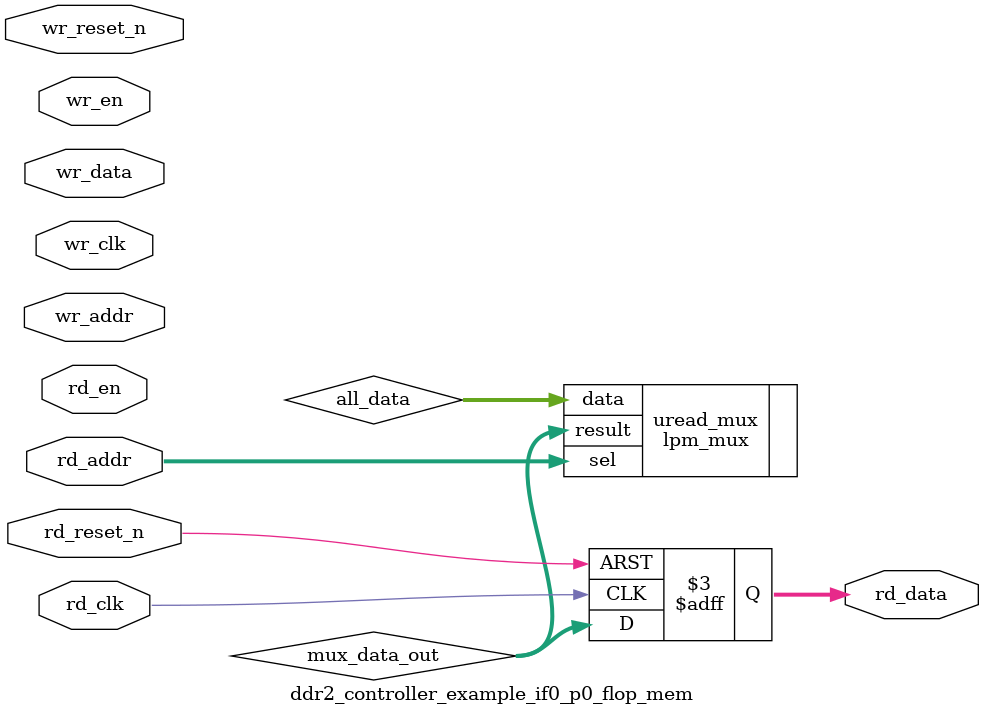
<source format=v>



`timescale 1 ps / 1 ps

(* altera_attribute = "-name ALLOW_SYNCH_CTRL_USAGE ON;-name AUTO_CLOCK_ENABLE_RECOGNITION ON" *)
module ddr2_controller_example_if0_p0_flop_mem(
	wr_reset_n,
	wr_clk,
	wr_en,
	wr_addr,
	wr_data,
	rd_reset_n,
	rd_clk,
	rd_en,
	rd_addr,
	rd_data
);

parameter WRITE_MEM_DEPTH	= "";
parameter WRITE_ADDR_WIDTH	= "";
parameter WRITE_DATA_WIDTH	= "";
parameter READ_MEM_DEPTH	= "";
parameter READ_ADDR_WIDTH	= "";		 
parameter READ_DATA_WIDTH	= "";


input	wr_reset_n;
input	wr_clk;
input	wr_en;
input	[WRITE_ADDR_WIDTH-1:0] wr_addr;
input	[WRITE_DATA_WIDTH-1:0] wr_data;
input	rd_reset_n;
input	rd_clk;
input	rd_en;
input	[READ_ADDR_WIDTH-1:0] rd_addr;
output	[READ_DATA_WIDTH-1:0] rd_data;



wire	[WRITE_DATA_WIDTH*WRITE_MEM_DEPTH-1:0] all_data;
wire	[READ_DATA_WIDTH-1:0] mux_data_out;



// declare a memory with WRITE_MEM_DEPTH entries
// each entry contains a data size of WRITE_DATA_WIDTH
reg	[WRITE_DATA_WIDTH-1:0] data_stored [0:WRITE_MEM_DEPTH-1] /* synthesis syn_preserve = 1 */;
reg	[READ_DATA_WIDTH-1:0] rd_data;

generate
genvar entry;
	for (entry=0; entry < WRITE_MEM_DEPTH; entry=entry+1)
	begin: mem_location
		assign all_data[(WRITE_DATA_WIDTH*(entry+1)-1) : (WRITE_DATA_WIDTH*entry)] = data_stored[entry]; 
		
		always @(posedge wr_clk or negedge wr_reset_n)
		begin
			if (~wr_reset_n) begin
				data_stored[entry] <= {WRITE_DATA_WIDTH{1'b0}};
			end else begin
				if (wr_en) begin
					if (entry == wr_addr) begin
						data_stored[entry] <= wr_data;
					end
				end
			end
		end		
	end
endgenerate

// mux to select the correct output data based on read address
lpm_mux	uread_mux(
	.sel (rd_addr),
	.data (all_data),
	.result (mux_data_out)
	// synopsys translate_off
	,
	.aclr (),
	.clken (),
	.clock ()
	// synopsys translate_on
	);
 defparam uread_mux.lpm_size = READ_MEM_DEPTH;
 defparam uread_mux.lpm_type = "LPM_MUX";
 defparam uread_mux.lpm_width = READ_DATA_WIDTH;
 defparam uread_mux.lpm_widths = READ_ADDR_WIDTH;

always @(posedge rd_clk or negedge rd_reset_n)	
begin
	if (~rd_reset_n) begin
		rd_data <= {READ_DATA_WIDTH{1'b0}};
	end else begin
		rd_data <= mux_data_out;
	end
end

endmodule

</source>
